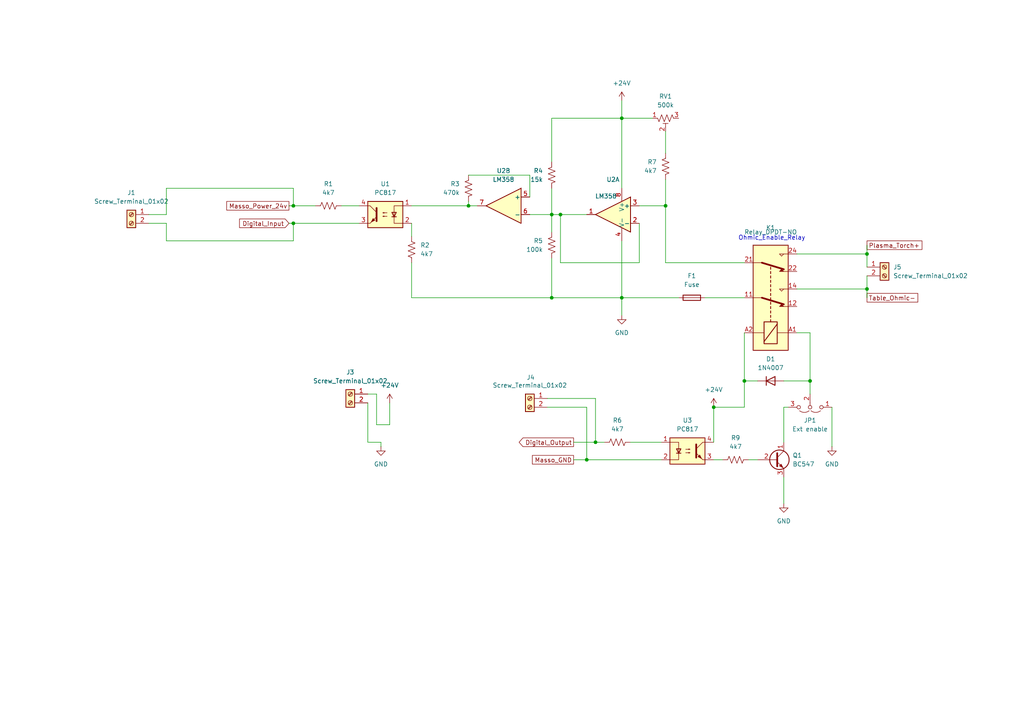
<source format=kicad_sch>
(kicad_sch (version 20231120) (generator "eeschema") (generator_version "8.0")
  (paper "A4")
  (title_block (title "Adjustable OHMIC Sensor For Masso Plasma") (date "2024-02-29") (rev "1") (company "Greg Omond") (comment 1 "GNU General Public License"))
  (lib_symbols
    (symbol "Amplifier_Operational:LM358" (pin_names (offset 0.127))
      (property "Reference" "U" (at 0 5.08 0))
      (property "Value" "LM358" (at 0 -5.08 0))
      (symbol "LM358_1_1"
        (polyline (pts (xy -5.08 5.08) (xy 5.08 0) (xy -5.08 -5.08) (xy -5.08 5.08)) (stroke (width 0.254)) (fill (type background)))
        (pin output line (at 7.62 0 180) (length 2.54) (name "~") (number "1"))
        (pin input line (at -7.62 -2.54 0) (length 2.54) (name "-") (number "2"))
        (pin input line (at -7.62 2.54 0) (length 2.54) (name "+") (number "3"))
      )
      (symbol "LM358_2_1"
        (polyline (pts (xy -5.08 5.08) (xy 5.08 0) (xy -5.08 -5.08) (xy -5.08 5.08)) (stroke (width 0.254)) (fill (type background)))
        (pin input line (at -7.62 2.54 0) (length 2.54) (name "+") (number "5"))
        (pin input line (at -7.62 -2.54 0) (length 2.54) (name "-") (number "6"))
        (pin output line (at 7.62 0 180) (length 2.54) (name "~") (number "7"))
      )
      (symbol "LM358_3_1"
        (pin power_in line (at -2.54 -7.62 90) (length 3.81) (name "V-") (number "4"))
        (pin power_in line (at -2.54 7.62 270) (length 3.81) (name "V+") (number "8"))
      )
    )
    (symbol "Connector:Screw_Terminal_01x02" (pin_names (offset 1.016) hide)
      (property "Reference" "J" (at 0 2.54 0))
      (property "Value" "Screw_Terminal_01x02" (at 0 -5.08 0))
      (symbol "Screw_Terminal_01x02_1_1"
        (rectangle (start -1.27 1.27) (end 1.27 -3.81) (stroke (width 0.254)) (fill (type background)))
        (circle (center 0 -2.54) (radius 0.635) (stroke (width 0.1524)))
        (polyline (pts (xy -0.5334 -2.2098) (xy 0.3302 -3.048)) (stroke (width 0.1524)))
        (polyline (pts (xy -0.5334 0.3302) (xy 0.3302 -0.508)) (stroke (width 0.1524)))
        (polyline (pts (xy -0.3556 -2.032) (xy 0.508 -2.8702)) (stroke (width 0.1524)))
        (polyline (pts (xy -0.3556 0.508) (xy 0.508 -0.3302)) (stroke (width 0.1524)))
        (circle (center 0 0) (radius 0.635) (stroke (width 0.1524)))
        (pin passive line (at -5.08 0 0) (length 3.81) (name "Pin_1") (number "1"))
        (pin passive line (at -5.08 -2.54 0) (length 3.81) (name "Pin_2") (number "2"))
      )
    )
    (symbol "Device:Fuse" (pin_numbers hide) (pin_names (offset 0))
      (property "Reference" "F" (at 2.032 0 90))
      (property "Value" "Fuse" (at -1.905 0 90))
      (symbol "Fuse_0_1"
        (rectangle (start -0.762 -2.54) (end 0.762 2.54) (stroke (width 0.254)))
        (polyline (pts (xy 0 2.54) (xy 0 -2.54)))
      )
      (symbol "Fuse_1_1"
        (pin passive line (at 0 3.81 270) (length 1.27) (name "~") (number "1"))
        (pin passive line (at 0 -3.81 90) (length 1.27) (name "~") (number "2"))
      )
    )
    (symbol "Device:R_Potentiometer_Trim_US" (pin_names (offset 1.016) hide)
      (property "Reference" "RV" (at -4.445 0 90))
      (property "Value" "R_Potentiometer_Trim_US" (at -2.54 0 90))
      (symbol "R_Potentiometer_Trim_US_0_1"
        (polyline (pts (xy 0 -2.286) (xy 0 -2.54)))
        (polyline (pts (xy 0 2.286) (xy 0 2.54)))
        (polyline (pts (xy 1.524 0.762) (xy 1.524 -0.762)))
        (polyline (pts (xy 2.54 0) (xy 1.524 0)))
        (polyline (pts (xy 0 -0.762) (xy 1.016 -1.143) (xy 0 -1.524) (xy -1.016 -1.905) (xy 0 -2.286)))
        (polyline (pts (xy 0 0.762) (xy 1.016 0.381) (xy 0 0) (xy -1.016 -0.381) (xy 0 -0.762)))
        (polyline (pts (xy 0 2.286) (xy 1.016 1.905) (xy 0 1.524) (xy -1.016 1.143) (xy 0 0.762)))
      )
      (symbol "R_Potentiometer_Trim_US_1_1"
        (pin passive line (at 0 3.81 270) (length 1.27) (name "1") (number "1"))
        (pin passive line (at 3.81 0 180) (length 1.27) (name "2") (number "2"))
        (pin passive line (at 0 -3.81 90) (length 1.27) (name "3") (number "3"))
      )
    )
    (symbol "Device:R_US" (pin_numbers hide) (pin_names (offset 0))
      (property "Reference" "R" (at 2.54 0 90))
      (property "Value" "R_US" (at -2.54 0 90))
      (symbol "R_US_0_1"
        (polyline (pts (xy 0 -2.286) (xy 0 -2.54)))
        (polyline (pts (xy 0 2.286) (xy 0 2.54)))
        (polyline (pts (xy 0 -0.762) (xy 1.016 -1.143) (xy 0 -1.524) (xy -1.016 -1.905) (xy 0 -2.286)))
        (polyline (pts (xy 0 0.762) (xy 1.016 0.381) (xy 0 0) (xy -1.016 -0.381) (xy 0 -0.762)))
        (polyline (pts (xy 0 2.286) (xy 1.016 1.905) (xy 0 1.524) (xy -1.016 1.143) (xy 0 0.762)))
      )
      (symbol "R_US_1_1"
        (pin passive line (at 0 3.81 270) (length 1.27) (name "~") (number "1"))
        (pin passive line (at 0 -3.81 90) (length 1.27) (name "~") (number "2"))
      )
    )
    (symbol "Diode:1N4007" (pin_numbers hide) (pin_names hide)
      (property "Reference" "D" (at 0 2.54 0))
      (property "Value" "1N4007" (at 0 -2.54 0))
      (symbol "1N4007_0_1"
        (polyline (pts (xy -1.27 1.27) (xy -1.27 -1.27)) (stroke (width 0.254)))
        (polyline (pts (xy 1.27 0) (xy -1.27 0)))
        (polyline (pts (xy 1.27 1.27) (xy 1.27 -1.27) (xy -1.27 0) (xy 1.27 1.27)) (stroke (width 0.254)))
      )
      (symbol "1N4007_1_1"
        (pin passive line (at -3.81 0 0) (length 2.54) (name "K") (number "1"))
        (pin passive line (at 3.81 0 180) (length 2.54) (name "A") (number "2"))
      )
    )
    (symbol "Isolator:PC817" (pin_names (offset 1.016))
      (property "Reference" "U" (at -5.08 5.08 0))
      (property "Value" "PC817" (at 0 5.08 0))
      (symbol "PC817_0_1"
        (rectangle (start -5.08 3.81) (end 5.08 -3.81) (stroke (width 0.254)) (fill (type background)))
        (polyline (pts (xy -3.175 -0.635) (xy -1.905 -0.635)) (stroke (width 0.254)))
        (polyline (pts (xy 2.54 0.635) (xy 4.445 2.54)))
        (polyline (pts (xy 4.445 -2.54) (xy 2.54 -0.635)) (fill (type outline)))
        (polyline (pts (xy 4.445 -2.54) (xy 5.08 -2.54)))
        (polyline (pts (xy 4.445 2.54) (xy 5.08 2.54)))
        (polyline (pts (xy -5.08 2.54) (xy -2.54 2.54) (xy -2.54 -0.635)))
        (polyline (pts (xy -2.54 -0.635) (xy -2.54 -2.54) (xy -5.08 -2.54)))
        (polyline (pts (xy 2.54 1.905) (xy 2.54 -1.905) (xy 2.54 -1.905)) (stroke (width 0.508)))
        (polyline (pts (xy -2.54 -0.635) (xy -3.175 0.635) (xy -1.905 0.635) (xy -2.54 -0.635)) (stroke (width 0.254)))
        (polyline (pts (xy -0.508 -0.508) (xy 0.762 -0.508) (xy 0.381 -0.635) (xy 0.381 -0.381) (xy 0.762 -0.508)))
        (polyline (pts (xy -0.508 0.508) (xy 0.762 0.508) (xy 0.381 0.381) (xy 0.381 0.635) (xy 0.762 0.508)))
        (polyline (pts (xy 3.048 -1.651) (xy 3.556 -1.143) (xy 4.064 -2.159) (xy 3.048 -1.651) (xy 3.048 -1.651)) (fill (type outline)))
      )
      (symbol "PC817_1_1"
        (pin passive line (at -7.62 2.54 0) (length 2.54) (name "~") (number "1"))
        (pin passive line (at -7.62 -2.54 0) (length 2.54) (name "~") (number "2"))
        (pin passive line (at 7.62 -2.54 180) (length 2.54) (name "~") (number "3"))
        (pin passive line (at 7.62 2.54 180) (length 2.54) (name "~") (number "4"))
      )
    )
    (symbol "Jumper:Jumper_3_Open" (pin_names (offset 0) hide) (exclude_from_sim yes) (in_bom no)
      (property "Reference" "JP" (at -2.54 -2.54 0))
      (property "Value" "Jumper_3_Open" (at 0 2.794 0))
      (symbol "Jumper_3_Open_0_0"
        (circle (center -3.302 0) (radius 0.508))
        (circle (center 0 0) (radius 0.508))
        (circle (center 3.302 0) (radius 0.508))
      )
      (symbol "Jumper_3_Open_0_1"
        (arc (start -0.254 1.016) (mid -1.651 1.4992) (end -3.048 1.016))
        (polyline (pts (xy 0 -0.508) (xy 0 -1.27)))
        (arc (start 3.048 1.016) (mid 1.651 1.4992) (end 0.254 1.016))
      )
      (symbol "Jumper_3_Open_1_1"
        (pin passive line (at -6.35 0 0) (length 2.54) (name "A") (number "1"))
        (pin passive line (at 0 -3.81 90) (length 2.54) (name "C") (number "2"))
        (pin passive line (at 6.35 0 180) (length 2.54) (name "B") (number "3"))
      )
    )
    (symbol "Relay:Relay_DPDT"
      (property "Reference" "K" (at 16.51 3.81 0))
      (property "Value" "Relay_DPDT" (at 16.51 1.27 0))
      (symbol "Relay_DPDT_0_1"
        (rectangle (start -15.24 5.08) (end 15.24 -5.08) (stroke (width 0.254)) (fill (type background)))
        (rectangle (start -13.335 1.905) (end -6.985 -1.905) (stroke (width 0.254)))
        (polyline (pts (xy -12.7 -1.905) (xy -7.62 1.905)) (stroke (width 0.254)))
        (polyline (pts (xy -10.16 -5.08) (xy -10.16 -1.905)))
        (polyline (pts (xy -10.16 5.08) (xy -10.16 1.905)))
        (polyline (pts (xy -6.985 0) (xy -6.35 0)) (stroke (width 0.254)))
        (polyline (pts (xy -5.715 0) (xy -5.08 0)) (stroke (width 0.254)))
        (polyline (pts (xy -4.445 0) (xy -3.81 0)) (stroke (width 0.254)))
        (polyline (pts (xy -3.175 0) (xy -2.54 0)) (stroke (width 0.254)))
        (polyline (pts (xy -1.905 0) (xy -1.27 0)) (stroke (width 0.254)))
        (polyline (pts (xy -0.635 0) (xy 0 0)) (stroke (width 0.254)))
        (polyline (pts (xy 0 -2.54) (xy -1.905 3.81)) (stroke (width 0.508)))
        (polyline (pts (xy 0 -2.54) (xy 0 -5.08)))
        (polyline (pts (xy 0.635 0) (xy 1.27 0)) (stroke (width 0.254)))
        (polyline (pts (xy 1.905 0) (xy 2.54 0)) (stroke (width 0.254)))
        (polyline (pts (xy 3.175 0) (xy 3.81 0)) (stroke (width 0.254)))
        (polyline (pts (xy 4.445 0) (xy 5.08 0)) (stroke (width 0.254)))
        (polyline (pts (xy 5.715 0) (xy 6.35 0)) (stroke (width 0.254)))
        (polyline (pts (xy 6.985 0) (xy 7.62 0)) (stroke (width 0.254)))
        (polyline (pts (xy 8.255 0) (xy 8.89 0)) (stroke (width 0.254)))
        (polyline (pts (xy 10.16 -2.54) (xy 8.255 3.81)) (stroke (width 0.508)))
        (polyline (pts (xy 10.16 -2.54) (xy 10.16 -5.08)))
        (polyline (pts (xy -2.54 5.08) (xy -2.54 2.54) (xy -1.905 3.175) (xy -2.54 3.81)) (fill (type outline)))
        (polyline (pts (xy 2.54 5.08) (xy 2.54 2.54) (xy 1.905 3.175) (xy 2.54 3.81)))
        (polyline (pts (xy 7.62 5.08) (xy 7.62 2.54) (xy 8.255 3.175) (xy 7.62 3.81)) (fill (type outline)))
        (polyline (pts (xy 12.7 5.08) (xy 12.7 2.54) (xy 12.065 3.175) (xy 12.7 3.81)))
      )
      (symbol "Relay_DPDT_1_1"
        (pin passive line (at 0 -7.62 90) (length 2.54) (name "~") (number "11"))
        (pin passive line (at -2.54 7.62 270) (length 2.54) (name "~") (number "12"))
        (pin passive line (at 2.54 7.62 270) (length 2.54) (name "~") (number "14"))
        (pin passive line (at 10.16 -7.62 90) (length 2.54) (name "~") (number "21"))
        (pin passive line (at 7.62 7.62 270) (length 2.54) (name "~") (number "22"))
        (pin passive line (at 12.7 7.62 270) (length 2.54) (name "~") (number "24"))
        (pin passive line (at -10.16 7.62 270) (length 2.54) (name "~") (number "A1"))
        (pin passive line (at -10.16 -7.62 90) (length 2.54) (name "~") (number "A2"))
      )
    )
    (symbol "Transistor_BJT:BC547" (pin_names (offset 0) hide)
      (property "Reference" "Q" (at 5.08 1.905 0))
      (property "Value" "BC547" (at 5.08 0 0))
      (symbol "BC547_0_1"
        (polyline (pts (xy 0 0) (xy 0.635 0)))
        (polyline (pts (xy 0.635 0.635) (xy 2.54 2.54)))
        (polyline (pts (xy 0.635 -0.635) (xy 2.54 -2.54) (xy 2.54 -2.54)))
        (polyline (pts (xy 0.635 1.905) (xy 0.635 -1.905) (xy 0.635 -1.905)) (stroke (width 0.508)))
        (polyline (pts (xy 1.27 -1.778) (xy 1.778 -1.27) (xy 2.286 -2.286) (xy 1.27 -1.778) (xy 1.27 -1.778)) (fill (type outline)))
        (circle (center 1.27 0) (radius 2.8194) (stroke (width 0.254)))
      )
      (symbol "BC547_1_1"
        (pin passive line (at 2.54 5.08 270) (length 2.54) (name "C") (number "1"))
        (pin input line (at -5.08 0 0) (length 5.08) (name "B") (number "2"))
        (pin passive line (at 2.54 -5.08 90) (length 2.54) (name "E") (number "3"))
      )
    )
    (symbol "power:+24V" (power) (pin_numbers hide) (pin_names (offset 0) hide)
      (property "Value" "+24V" (at 0 3.556 0))
      (symbol "+24V_0_1"
        (polyline (pts (xy -0.762 1.27) (xy 0 2.54)))
        (polyline (pts (xy 0 0) (xy 0 2.54)))
        (polyline (pts (xy 0 2.54) (xy 0.762 1.27)))
      )
      (symbol "+24V_1_1"
        (pin power_in line (at 0 0 90) (length 0) (name "~") (number "1"))
      )
    )
    (symbol "power:GND" (power) (pin_numbers hide) (pin_names (offset 0) hide)
      (property "Value" "GND" (at 0 -3.81 0))
      (symbol "GND_0_1"
        (polyline (pts (xy 0 0) (xy 0 -1.27) (xy 1.27 -1.27) (xy 0 -2.54) (xy -1.27 -1.27) (xy 0 -1.27)))
      )
      (symbol "GND_1_1"
        (pin power_in line (at 0 0 270) (length 0) (name "~") (number "1"))
      )
    )
  )
  (junction (at 251.46 73.66))
  (junction (at 172.72 128.27))
  (junction (at 170.18 133.35))
  (junction (at 85.09 59.69))
  (junction (at 160.02 62.23))
  (junction (at 234.95 110.49))
  (junction (at 207.01 118.11))
  (junction (at 180.34 86.36))
  (junction (at 160.02 86.36))
  (junction (at 162.56 62.23))
  (junction (at 215.9 110.49))
  (junction (at 193.04 59.69))
  (junction (at 135.89 59.69))
  (junction (at 180.34 34.29))
  (junction (at 251.46 83.82))
  (junction (at 85.09 64.77))
  (wire (pts (xy 251.46 73.66) (xy 251.46 71.12)))
  (wire (pts (xy 180.34 34.29) (xy 180.34 54.61)))
  (wire (pts (xy 85.09 54.61) (xy 85.09 59.69)))
  (wire (pts (xy 166.37 133.35) (xy 170.18 133.35)))
  (wire (pts (xy 185.42 76.2) (xy 162.56 76.2)))
  (wire (pts (xy 85.09 69.85) (xy 85.09 64.77)))
  (wire (pts (xy 180.34 34.29) (xy 189.23 34.29)))
  (wire (pts (xy 231.14 96.52) (xy 234.95 96.52)))
  (wire (pts (xy 85.09 59.69) (xy 91.44 59.69)))
  (wire (pts (xy 160.02 62.23) (xy 160.02 67.31)))
  (wire (pts (xy 43.18 64.77) (xy 48.26 64.77)))
  (wire (pts (xy 113.03 116.84) (xy 113.03 123.19)))
  (wire (pts (xy 193.04 59.69) (xy 185.42 59.69)))
  (wire (pts (xy 48.26 62.23) (xy 48.26 54.61)))
  (wire (pts (xy 172.72 128.27) (xy 175.26 128.27)))
  (wire (pts (xy 43.18 62.23) (xy 48.26 62.23)))
  (wire (pts (xy 119.38 76.2) (xy 119.38 86.36)))
  (wire (pts (xy 109.22 123.19) (xy 113.03 123.19)))
  (wire (pts (xy 99.06 59.69) (xy 104.14 59.69)))
  (wire (pts (xy 106.68 116.84) (xy 106.68 128.27)))
  (wire (pts (xy 180.34 86.36) (xy 160.02 86.36)))
  (wire (pts (xy 231.14 83.82) (xy 251.46 83.82)))
  (wire (pts (xy 48.26 64.77) (xy 48.26 69.85)))
  (wire (pts (xy 160.02 62.23) (xy 153.67 62.23)))
  (wire (pts (xy 234.95 110.49) (xy 234.95 114.3)))
  (wire (pts (xy 234.95 96.52) (xy 234.95 110.49)))
  (wire (pts (xy 207.01 133.35) (xy 209.55 133.35)))
  (wire (pts (xy 153.67 50.8) (xy 135.89 50.8)))
  (wire (pts (xy 160.02 74.93) (xy 160.02 86.36)))
  (wire (pts (xy 215.9 110.49) (xy 215.9 118.11)))
  (wire (pts (xy 215.9 110.49) (xy 219.71 110.49)))
  (wire (pts (xy 193.04 76.2) (xy 193.04 59.69)))
  (wire (pts (xy 162.56 62.23) (xy 160.02 62.23)))
  (wire (pts (xy 241.3 118.11) (xy 241.3 129.54)))
  (wire (pts (xy 217.17 133.35) (xy 219.71 133.35)))
  (wire (pts (xy 138.43 59.69) (xy 135.89 59.69)))
  (wire (pts (xy 162.56 76.2) (xy 162.56 62.23)))
  (wire (pts (xy 204.47 86.36) (xy 215.9 86.36)))
  (wire (pts (xy 160.02 54.61) (xy 160.02 62.23)))
  (wire (pts (xy 180.34 69.85) (xy 180.34 86.36)))
  (wire (pts (xy 109.22 114.3) (xy 109.22 123.19)))
  (wire (pts (xy 227.33 138.43) (xy 227.33 146.05)))
  (wire (pts (xy 166.37 128.27) (xy 172.72 128.27)))
  (wire (pts (xy 160.02 34.29) (xy 180.34 34.29)))
  (wire (pts (xy 83.82 64.77) (xy 85.09 64.77)))
  (wire (pts (xy 227.33 110.49) (xy 234.95 110.49)))
  (wire (pts (xy 106.68 128.27) (xy 110.49 128.27)))
  (wire (pts (xy 207.01 128.27) (xy 207.01 118.11)))
  (wire (pts (xy 180.34 29.21) (xy 180.34 34.29)))
  (wire (pts (xy 48.26 54.61) (xy 85.09 54.61)))
  (wire (pts (xy 119.38 64.77) (xy 119.38 68.58)))
  (wire (pts (xy 251.46 80.01) (xy 251.46 83.82)))
  (wire (pts (xy 251.46 83.82) (xy 251.46 86.36)))
  (wire (pts (xy 227.33 118.11) (xy 227.33 128.27)))
  (wire (pts (xy 215.9 76.2) (xy 193.04 76.2)))
  (wire (pts (xy 172.72 115.57) (xy 172.72 128.27)))
  (wire (pts (xy 170.18 62.23) (xy 162.56 62.23)))
  (wire (pts (xy 170.18 118.11) (xy 170.18 133.35)))
  (wire (pts (xy 106.68 114.3) (xy 109.22 114.3)))
  (wire (pts (xy 180.34 86.36) (xy 196.85 86.36)))
  (wire (pts (xy 110.49 128.27) (xy 110.49 129.54)))
  (wire (pts (xy 83.82 59.69) (xy 85.09 59.69)))
  (wire (pts (xy 193.04 52.07) (xy 193.04 59.69)))
  (wire (pts (xy 207.01 118.11) (xy 215.9 118.11)))
  (wire (pts (xy 158.75 115.57) (xy 172.72 115.57)))
  (wire (pts (xy 48.26 69.85) (xy 85.09 69.85)))
  (wire (pts (xy 158.75 118.11) (xy 170.18 118.11)))
  (wire (pts (xy 170.18 133.35) (xy 191.77 133.35)))
  (wire (pts (xy 119.38 59.69) (xy 135.89 59.69)))
  (wire (pts (xy 119.38 86.36) (xy 160.02 86.36)))
  (wire (pts (xy 193.04 38.1) (xy 193.04 44.45)))
  (wire (pts (xy 160.02 46.99) (xy 160.02 34.29)))
  (wire (pts (xy 231.14 73.66) (xy 251.46 73.66)))
  (wire (pts (xy 228.6 118.11) (xy 227.33 118.11)))
  (wire (pts (xy 153.67 57.15) (xy 153.67 50.8)))
  (wire (pts (xy 180.34 86.36) (xy 180.34 91.44)))
  (wire (pts (xy 85.09 64.77) (xy 104.14 64.77)))
  (wire (pts (xy 215.9 96.52) (xy 215.9 110.49)))
  (wire (pts (xy 185.42 64.77) (xy 185.42 76.2)))
  (wire (pts (xy 135.89 58.42) (xy 135.89 59.69)))
  (wire (pts (xy 251.46 73.66) (xy 251.46 77.47)))
  (wire (pts (xy 182.88 128.27) (xy 191.77 128.27)))
  (text "Ohmic_Enable_Relay" (at 214.122 69.85 0) (effects (font (size 1.27 1.27)) (justify left bottom)))
  (global_label "Digital_Input" (shape input) (at 83.82 64.77 180) (property "Intersheetrefs" "${INTERSHEET_REFS}" (at 68.9212 64.77 0) (effects (justify right))))
  (global_label "Masso_Power_24v" (shape passive) (at 83.82 59.69 180) (property "Intersheetrefs" "${INTERSHEET_REFS}" (at 65.1944 59.69 0) (effects (justify right))))
  (global_label "Masso_GND" (shape passive) (at 166.37 133.35 180) (property "Intersheetrefs" "${INTERSHEET_REFS}" (at 153.8524 133.35 0) (effects (justify right))))
  (global_label "Digital_Output" (shape output) (at 166.37 128.27 180) (property "Intersheetrefs" "${INTERSHEET_REFS}" (at 150.0198 128.27 0) (effects (justify right))))
  (global_label "Plasma_Torch+" (shape passive) (at 251.46 71.12 0) (property "Intersheetrefs" "${INTERSHEET_REFS}" (at 267.9689 71.12 0) (effects (justify left))))
  (global_label "Table_Ohmic-" (shape passive) (at 251.46 86.36 0) (property "Intersheetrefs" "${INTERSHEET_REFS}" (at 266.7595 86.36 0) (effects (justify left))))
  (symbol (lib_id "Device:R_US") (at 193.04 48.26 0) (mirror y) (unit 1)
    (property "Reference" "R7" (at 190.5 46.9899 0) (effects (justify left)))
    (property "Value" "4k7" (at 190.5 49.5299 0) (effects (justify left)))
    (property "Footprint" "PCM_Resistor_THT_AKL:R_Axial_DIN0207_L6.3mm_D2.5mm_P10.16mm_Horizontal" (effects (hide yes)))
    (property "Description" "Resistor, US symbol" (effects (hide yes)))
  )
  (symbol (lib_id "Transistor_BJT:BC547") (at 224.79 133.35 0) (unit 1)
    (property "Reference" "Q1" (at 229.87 132.08 0) (effects (justify left)))
    (property "Value" "BC547" (at 229.87 134.62 0) (effects (justify left)))
    (property "Footprint" "Package_TO_SOT_THT:TO-92_Inline" (effects (hide yes)))
    (property "Datasheet" "https://www.onsemi.com/pub/Collateral/BC550-D.pdf" (effects (hide yes)))
    (property "Description" "0.1A Ic, 45V Vce, Small Signal NPN Transistor, TO-92" (effects (hide yes)))
  )
  (symbol (lib_id "Device:R_US") (at 135.89 54.61 0) (mirror y) (unit 1)
    (property "Reference" "R3" (at 133.35 53.3399 0) (effects (justify left)))
    (property "Value" "470k" (at 133.35 55.8799 0) (effects (justify left)))
    (property "Footprint" "PCM_Resistor_THT_AKL:R_Axial_DIN0207_L6.3mm_D2.5mm_P10.16mm_Horizontal" (effects (hide yes)))
    (property "Description" "Resistor, US symbol" (effects (hide yes)))
  )
  (symbol (lib_id "Isolator:PC817") (at 111.76 62.23 0) (mirror y) (unit 1)
    (property "Reference" "U1" (at 111.76 53.34 0))
    (property "Value" "PC817" (at 111.76 55.88 0))
    (property "Footprint" "Package_DIP:DIP-4_W7.62mm" (effects (hide yes)))
    (property "Datasheet" "http://www.soselectronic.cz/a_info/resource/d/pc817.pdf" (effects (hide yes)))
    (property "Description" "DC Optocoupler, Vce 35V, CTR 50-300%, DIP-4" (effects (hide yes)))
  )
  (symbol (lib_id "Device:Fuse") (at 200.66 86.36 90) (unit 1)
    (property "Reference" "F1" (at 200.66 80.01 90))
    (property "Value" "Fuse" (at 200.66 82.55 90))
    (property "Footprint" "PCM_Resistor_THT_AKL:R_Axial_DIN0207_L6.3mm_D2.5mm_P10.16mm_Horizontal" (effects (hide yes)))
    (property "Description" "Fuse" (effects (hide yes)))
  )
  (symbol (lib_id "power:+24V") (at 207.01 118.11 0) (unit 1)
    (property "Reference" "#PWR0101" (effects (hide yes)))
    (property "Value" "+24V" (at 207.01 113.03 0))
    (property "Description" "Power symbol creates a global label with name \"+24V\"" (effects (hide yes)))
  )
  (symbol (lib_id "Amplifier_Operational:LM358") (at 177.8 62.23 0) (mirror y) (unit 3)
    (property "Reference" "U2" (effects (hide yes)))
    (property "Value" "LM358" (effects (hide yes)))
    (property "Footprint" "Package_DIP:DIP-8_W7.62mm" (effects (hide yes)))
    (property "Datasheet" "http://www.ti.com/lit/ds/symlink/lm2904-n.pdf" (effects (hide yes)))
    (property "Description" "Low-Power, Dual Operational Amplifiers, DIP-8/SOIC-8/TO-99-8" (effects (hide yes)))
  )
  (symbol (lib_id "Device:R_US") (at 160.02 50.8 0) (mirror y) (unit 1)
    (property "Reference" "R4" (at 157.48 49.5299 0) (effects (justify left)))
    (property "Value" "15k" (at 157.48 52.0699 0) (effects (justify left)))
    (property "Footprint" "PCM_Resistor_THT_AKL:R_Axial_DIN0207_L6.3mm_D2.5mm_P10.16mm_Horizontal" (effects (hide yes)))
    (property "Description" "Resistor, US symbol" (effects (hide yes)))
  )
  (symbol (lib_id "Relay:Relay_DPDT") (at 223.52 86.36 270) (mirror x) (unit 1)
    (property "Reference" "K1" (at 223.52 66.04 90))
    (property "Value" "Relay_DPDT-NO" (at 223.52 67.31 90))
    (property "Footprint" "Relay_THT:Relay_DPDT_Schrack-RT2-FormC-Dual-Coil_RM5mm" (effects (hide yes)))
    (property "Description" "Monostable Relay DPDT, EN50005 " (effects (hide yes)))
  )
  (symbol (lib_id "power:GND") (at 110.49 129.54 0) (unit 1)
    (property "Reference" "#PWR0103" (effects (hide yes)))
    (property "Value" "GND" (at 110.49 134.62 0))
    (property "Description" "Power symbol creates a global label with name \"GND\" , ground" (effects (hide yes)))
  )
  (symbol (lib_id "Device:R_US") (at 213.36 133.35 90) (unit 1)
    (property "Reference" "R9" (at 213.36 127 90))
    (property "Value" "4k7" (at 213.36 129.54 90))
    (property "Footprint" "PCM_Resistor_THT_AKL:R_Axial_DIN0207_L6.3mm_D2.5mm_P10.16mm_Horizontal" (effects (hide yes)))
    (property "Description" "Resistor, US symbol" (effects (hide yes)))
  )
  (symbol (lib_id "Isolator:PC817") (at 199.39 130.81 0) (unit 1)
    (property "Reference" "U3" (at 199.39 121.92 0))
    (property "Value" "PC817" (at 199.39 124.46 0))
    (property "Footprint" "Package_DIP:DIP-4_W7.62mm" (effects (hide yes)))
    (property "Datasheet" "http://www.soselectronic.cz/a_info/resource/d/pc817.pdf" (effects (hide yes)))
    (property "Description" "DC Optocoupler, Vce 35V, CTR 50-300%, DIP-4" (effects (hide yes)))
  )
  (symbol (lib_id "power:GND") (at 227.33 146.05 0) (unit 1)
    (property "Reference" "#PWR0102" (effects (hide yes)))
    (property "Value" "GND" (at 227.33 151.13 0))
    (property "Description" "Power symbol creates a global label with name \"GND\" , ground" (effects (hide yes)))
  )
  (symbol (lib_id "Device:R_US") (at 160.02 71.12 0) (mirror y) (unit 1)
    (property "Reference" "R5" (at 157.48 69.8499 0) (effects (justify left)))
    (property "Value" "100k" (at 157.48 72.3899 0) (effects (justify left)))
    (property "Footprint" "PCM_Resistor_THT_AKL:R_Axial_DIN0207_L6.3mm_D2.5mm_P10.16mm_Horizontal" (effects (hide yes)))
    (property "Description" "Resistor, US symbol" (effects (hide yes)))
  )
  (symbol (lib_id "Amplifier_Operational:LM358") (at 177.8 62.23 0) (mirror y) (unit 1)
    (property "Reference" "U2" (at 177.8 52.07 0))
    (property "Value" "LM358" (at 175.768 56.896 0))
    (property "Footprint" "Package_DIP:DIP-8_W7.62mm" (effects (hide yes)))
    (property "Datasheet" "http://www.ti.com/lit/ds/symlink/lm2904-n.pdf" (effects (hide yes)))
    (property "Description" "Low-Power, Dual Operational Amplifiers, DIP-8/SOIC-8/TO-99-8" (effects (hide yes)))
  )
  (symbol (lib_id "Device:R_US") (at 119.38 72.39 180) (unit 1)
    (property "Reference" "R2" (at 121.92 71.1199 0) (effects (justify right)))
    (property "Value" "4k7" (at 121.92 73.6599 0) (effects (justify right)))
    (property "Footprint" "PCM_Resistor_THT_AKL:R_Axial_DIN0207_L6.3mm_D2.5mm_P10.16mm_Horizontal" (effects (hide yes)))
    (property "Description" "Resistor, US symbol" (effects (hide yes)))
  )
  (symbol (lib_id "Device:R_US") (at 179.07 128.27 90) (unit 1)
    (property "Reference" "R6" (at 179.07 121.92 90))
    (property "Value" "4k7" (at 179.07 124.46 90))
    (property "Footprint" "PCM_Resistor_THT_AKL:R_Axial_DIN0207_L6.3mm_D2.5mm_P10.16mm_Horizontal" (effects (hide yes)))
    (property "Description" "Resistor, US symbol" (effects (hide yes)))
  )
  (symbol (lib_id "Amplifier_Operational:LM358") (at 146.05 59.69 0) (mirror y) (unit 2)
    (property "Reference" "U2" (at 146.05 49.53 0))
    (property "Value" "LM358" (at 146.05 52.07 0))
    (property "Footprint" "Package_DIP:DIP-8_W7.62mm" (effects (hide yes)))
    (property "Datasheet" "http://www.ti.com/lit/ds/symlink/lm2904-n.pdf" (effects (hide yes)))
    (property "Description" "Low-Power, Dual Operational Amplifiers, DIP-8/SOIC-8/TO-99-8" (effects (hide yes)))
  )
  (symbol (lib_id "power:GND") (at 180.34 91.44 0) (unit 1)
    (property "Reference" "#PWR02" (effects (hide yes)))
    (property "Value" "GND" (at 180.34 96.52 0))
    (property "Description" "Power symbol creates a global label with name \"GND\" , ground" (effects (hide yes)))
  )
  (symbol (lib_id "Diode:1N4007") (at 223.52 110.49 0) (unit 1)
    (property "Reference" "D1" (at 223.52 104.14 0))
    (property "Value" "1N4007" (at 223.52 106.68 0))
    (property "Footprint" "Diode_THT:D_DO-41_SOD81_P10.16mm_Horizontal" (effects (hide yes)))
    (property "Datasheet" "http://www.vishay.com/docs/88503/1n4001.pdf" (effects (hide yes)))
    (property "Description" "1000V 1A General Purpose Rectifier Diode, DO-41" (effects (hide yes)))
    (property "Sim.Device" "D" (effects (hide yes)))
    (property "Sim.Pins" "1=K 2=A" (effects (hide yes)))
  )
  (symbol (lib_id "power:+24V") (at 113.03 116.84 0) (unit 1)
    (property "Reference" "#PWR0104" (effects (hide yes)))
    (property "Value" "+24V" (at 113.03 111.76 0))
    (property "Description" "Power symbol creates a global label with name \"+24V\"" (effects (hide yes)))
  )
  (symbol (lib_id "Connector:Screw_Terminal_01x02") (at 38.1 62.23 0) (mirror y) (unit 1)
    (property "Reference" "J1" (at 38.1 55.88 0))
    (property "Value" "Screw_Terminal_01x02" (at 38.1 58.42 0))
    (property "Footprint" "TerminalBlock:TerminalBlock_bornier-2_P5.08mm" (effects (hide yes)))
    (property "Description" "Generic screw terminal, single row, 01x02, script generated (kicad-library-utils/schlib/autogen/connector/)" (effects (hide yes)))
  )
  (symbol (lib_id "Connector:Screw_Terminal_01x02") (at 101.6 114.3 0) (mirror y) (unit 1)
    (property "Reference" "J3" (at 101.6 107.95 0))
    (property "Value" "Screw_Terminal_01x02" (at 101.6 110.49 0))
    (property "Footprint" "TerminalBlock:TerminalBlock_bornier-2_P5.08mm" (effects (hide yes)))
    (property "Description" "Generic screw terminal, single row, 01x02, script generated (kicad-library-utils/schlib/autogen/connector/)" (effects (hide yes)))
  )
  (symbol (lib_id "power:+24V") (at 180.34 29.21 0) (unit 1)
    (property "Reference" "#PWR01" (effects (hide yes)))
    (property "Value" "+24V" (at 180.34 24.13 0))
    (property "Description" "Power symbol creates a global label with name \"+24V\"" (effects (hide yes)))
  )
  (symbol (lib_id "Device:R_US") (at 95.25 59.69 90) (unit 1)
    (property "Reference" "R1" (at 95.25 53.34 90))
    (property "Value" "4k7" (at 95.25 55.88 90))
    (property "Footprint" "PCM_Resistor_THT_AKL:R_Axial_DIN0207_L6.3mm_D2.5mm_P10.16mm_Horizontal" (effects (hide yes)))
    (property "Description" "Resistor, US symbol" (effects (hide yes)))
  )
  (symbol (lib_id "power:GND") (at 241.3 129.54 0) (unit 1)
    (property "Reference" "#PWR03" (effects (hide yes)))
    (property "Value" "GND" (at 241.3 134.62 0))
    (property "Description" "Power symbol creates a global label with name \"GND\" , ground" (effects (hide yes)))
  )
  (symbol (lib_id "Jumper:Jumper_3_Open") (at 234.95 118.11 180) (unit 1)
    (property "Reference" "JP1" (at 234.95 121.92 0))
    (property "Value" "Ext enable" (at 234.95 124.46 0))
    (property "Footprint" "Connector_PinHeader_2.54mm:PinHeader_1x03_P2.54mm_Vertical" (effects (hide yes)))
    (property "Description" "Jumper, 3-pole, both open" (effects (hide yes)))
  )
  (symbol (lib_id "Connector:Screw_Terminal_01x02") (at 256.54 77.47 0) (unit 1)
    (property "Reference" "J5" (at 259.08 77.47 0) (effects (justify left)))
    (property "Value" "Screw_Terminal_01x02" (at 259.08 80.01 0) (effects (justify left)))
    (property "Footprint" "TerminalBlock_MetzConnect:TerminalBlock_MetzConnect_Type171_RT13702HBWC_1x02_P7.50mm_Horizontal" (effects (hide yes)))
    (property "Description" "Generic screw terminal, single row, 01x02, script generated (kicad-library-utils/schlib/autogen/connector/)" (effects (hide yes)))
  )
  (symbol (lib_id "Connector:Screw_Terminal_01x02") (at 153.67 115.57 0) (mirror y) (unit 1)
    (property "Reference" "J4" (at 153.924 109.474 0))
    (property "Value" "Screw_Terminal_01x02" (at 153.67 111.76 0))
    (property "Footprint" "TerminalBlock:TerminalBlock_bornier-2_P5.08mm" (effects (hide yes)))
    (property "Description" "Generic screw terminal, single row, 01x02, script generated (kicad-library-utils/schlib/autogen/connector/)" (effects (hide yes)))
  )
  (symbol (lib_id "Device:R_Potentiometer_Trim_US") (at 193.04 34.29 90) (mirror x) (unit 1)
    (property "Reference" "RV1" (at 193.04 27.94 90))
    (property "Value" "500k" (at 193.04 30.48 90))
    (property "Footprint" "PCM_Potentiometer_THT_AKL:Potentiometer_Bourns_3296W_Vertical" (effects (hide yes)))
    (property "Description" "Trim-potentiometer, US symbol" (effects (hide yes)))
  )
)
</source>
